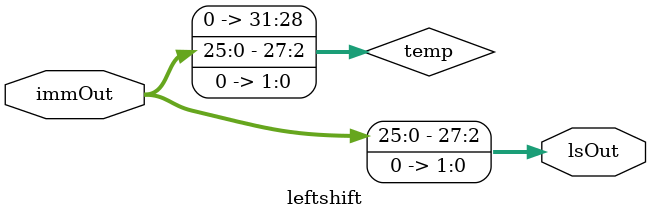
<source format=v>
`timescale 1ns / 1ps


module leftshift(
        input [25:0] immOut,
        output [27:0] lsOut
    );
    reg [31:0] temp;
    always @(*) begin
        temp = immOut << 2'b10;
    end
    assign lsOut = temp;
endmodule

</source>
